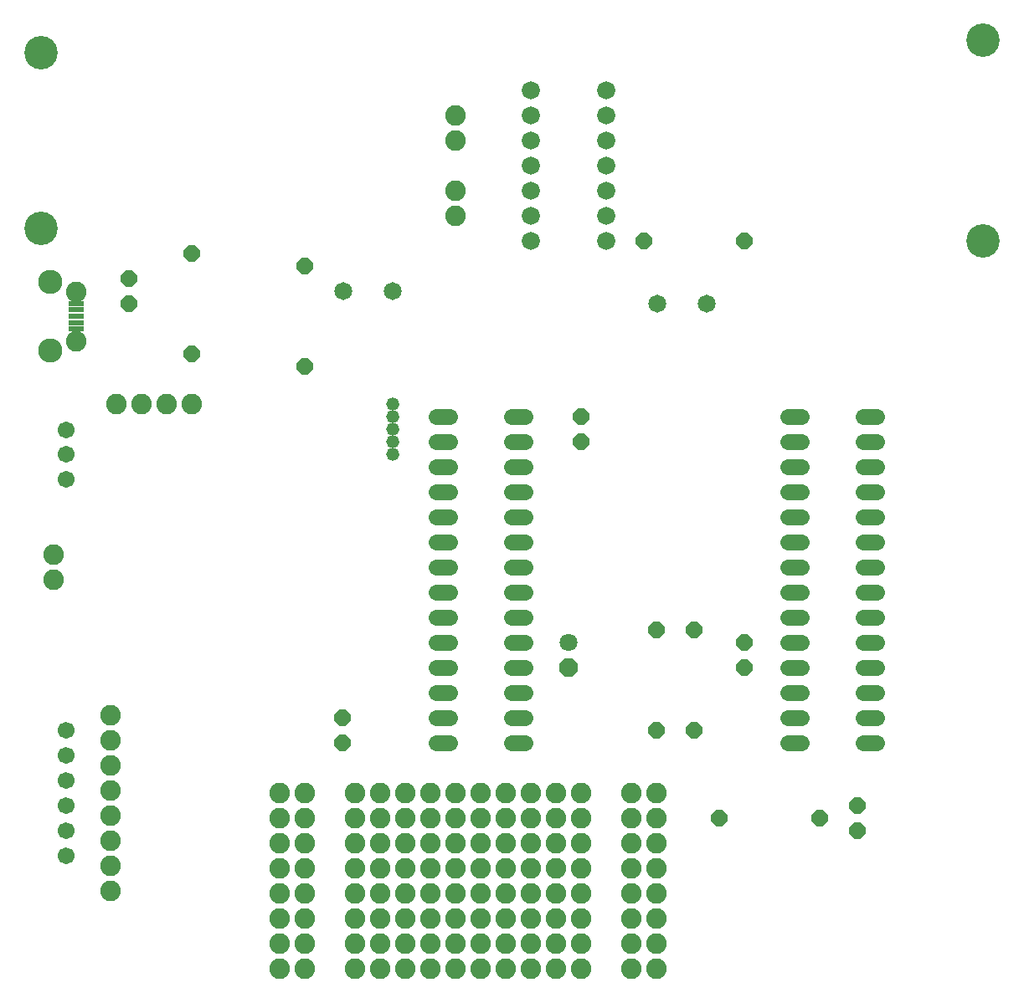
<source format=gts>
G75*
%MOIN*%
%OFA0B0*%
%FSLAX25Y25*%
%IPPOS*%
%LPD*%
%AMOC8*
5,1,8,0,0,1.08239X$1,22.5*
%
%ADD10C,0.13300*%
%ADD11C,0.06400*%
%ADD12R,0.06115X0.02375*%
%ADD13C,0.08182*%
%ADD14C,0.09658*%
%ADD15C,0.08200*%
%ADD16C,0.06743*%
%ADD17OC8,0.06400*%
%ADD18C,0.05200*%
%ADD19C,0.07137*%
%ADD20C,0.07100*%
%ADD21OC8,0.07100*%
%ADD22C,0.06700*%
%ADD23C,0.07200*%
D10*
X0140000Y0306800D03*
X0140000Y0376800D03*
X0515000Y0381800D03*
X0515000Y0301800D03*
D11*
X0472800Y0231800D02*
X0467200Y0231800D01*
X0467200Y0221800D02*
X0472800Y0221800D01*
X0472800Y0211800D02*
X0467200Y0211800D01*
X0467200Y0201800D02*
X0472800Y0201800D01*
X0472800Y0191800D02*
X0467200Y0191800D01*
X0467200Y0181800D02*
X0472800Y0181800D01*
X0472800Y0171800D02*
X0467200Y0171800D01*
X0467200Y0161800D02*
X0472800Y0161800D01*
X0472800Y0151800D02*
X0467200Y0151800D01*
X0467200Y0141800D02*
X0472800Y0141800D01*
X0472800Y0131800D02*
X0467200Y0131800D01*
X0467200Y0121800D02*
X0472800Y0121800D01*
X0472800Y0111800D02*
X0467200Y0111800D01*
X0467200Y0101800D02*
X0472800Y0101800D01*
X0442800Y0101800D02*
X0437200Y0101800D01*
X0437200Y0111800D02*
X0442800Y0111800D01*
X0442800Y0121800D02*
X0437200Y0121800D01*
X0437200Y0131800D02*
X0442800Y0131800D01*
X0442800Y0141800D02*
X0437200Y0141800D01*
X0437200Y0151800D02*
X0442800Y0151800D01*
X0442800Y0161800D02*
X0437200Y0161800D01*
X0437200Y0171800D02*
X0442800Y0171800D01*
X0442800Y0181800D02*
X0437200Y0181800D01*
X0437200Y0191800D02*
X0442800Y0191800D01*
X0442800Y0201800D02*
X0437200Y0201800D01*
X0437200Y0211800D02*
X0442800Y0211800D01*
X0442800Y0221800D02*
X0437200Y0221800D01*
X0437200Y0231800D02*
X0442800Y0231800D01*
X0332800Y0231800D02*
X0327200Y0231800D01*
X0327200Y0221800D02*
X0332800Y0221800D01*
X0332800Y0211800D02*
X0327200Y0211800D01*
X0327200Y0201800D02*
X0332800Y0201800D01*
X0332800Y0191800D02*
X0327200Y0191800D01*
X0327200Y0181800D02*
X0332800Y0181800D01*
X0332800Y0171800D02*
X0327200Y0171800D01*
X0327200Y0161800D02*
X0332800Y0161800D01*
X0332800Y0151800D02*
X0327200Y0151800D01*
X0327200Y0141800D02*
X0332800Y0141800D01*
X0332800Y0131800D02*
X0327200Y0131800D01*
X0327200Y0121800D02*
X0332800Y0121800D01*
X0332800Y0111800D02*
X0327200Y0111800D01*
X0327200Y0101800D02*
X0332800Y0101800D01*
X0302800Y0101800D02*
X0297200Y0101800D01*
X0297200Y0111800D02*
X0302800Y0111800D01*
X0302800Y0121800D02*
X0297200Y0121800D01*
X0297200Y0131800D02*
X0302800Y0131800D01*
X0302800Y0141800D02*
X0297200Y0141800D01*
X0297200Y0151800D02*
X0302800Y0151800D01*
X0302800Y0161800D02*
X0297200Y0161800D01*
X0297200Y0171800D02*
X0302800Y0171800D01*
X0302800Y0181800D02*
X0297200Y0181800D01*
X0297200Y0191800D02*
X0302800Y0191800D01*
X0302800Y0201800D02*
X0297200Y0201800D01*
X0297200Y0211800D02*
X0302800Y0211800D01*
X0302800Y0221800D02*
X0297200Y0221800D01*
X0297200Y0231800D02*
X0302800Y0231800D01*
D12*
X0154130Y0266682D03*
X0154130Y0269241D03*
X0154130Y0271800D03*
X0154130Y0274359D03*
X0154130Y0276918D03*
D13*
X0154130Y0281643D03*
X0154130Y0261957D03*
D14*
X0143500Y0258020D03*
X0143500Y0285580D03*
D15*
X0170000Y0236800D03*
X0180000Y0236800D03*
X0190000Y0236800D03*
X0200000Y0236800D03*
X0145000Y0176800D03*
X0145000Y0166800D03*
X0167500Y0112800D03*
X0167500Y0102800D03*
X0167500Y0092800D03*
X0167500Y0082800D03*
X0167500Y0072800D03*
X0167500Y0062800D03*
X0167500Y0052800D03*
X0167500Y0042800D03*
X0235000Y0041800D03*
X0235000Y0051800D03*
X0245000Y0051800D03*
X0245000Y0041800D03*
X0245000Y0031800D03*
X0245000Y0021800D03*
X0235000Y0021800D03*
X0235000Y0031800D03*
X0235000Y0011800D03*
X0245000Y0011800D03*
X0265000Y0011800D03*
X0275000Y0011800D03*
X0285000Y0011800D03*
X0295000Y0011800D03*
X0305000Y0011800D03*
X0315000Y0011800D03*
X0325000Y0011800D03*
X0335000Y0011800D03*
X0345000Y0011800D03*
X0355000Y0011800D03*
X0355000Y0021800D03*
X0355000Y0031800D03*
X0345000Y0031800D03*
X0345000Y0021800D03*
X0335000Y0021800D03*
X0335000Y0031800D03*
X0325000Y0031800D03*
X0325000Y0021800D03*
X0315000Y0021800D03*
X0315000Y0031800D03*
X0305000Y0031800D03*
X0305000Y0021800D03*
X0295000Y0021800D03*
X0285000Y0021800D03*
X0285000Y0031800D03*
X0295000Y0031800D03*
X0295000Y0041800D03*
X0285000Y0041800D03*
X0285000Y0051800D03*
X0295000Y0051800D03*
X0305000Y0051800D03*
X0305000Y0041800D03*
X0315000Y0041800D03*
X0315000Y0051800D03*
X0325000Y0051800D03*
X0325000Y0041800D03*
X0335000Y0041800D03*
X0335000Y0051800D03*
X0345000Y0051800D03*
X0345000Y0041800D03*
X0355000Y0041800D03*
X0355000Y0051800D03*
X0355000Y0061800D03*
X0345000Y0061800D03*
X0335000Y0061800D03*
X0325000Y0061800D03*
X0315000Y0061800D03*
X0305000Y0061800D03*
X0295000Y0061800D03*
X0285000Y0061800D03*
X0275000Y0061800D03*
X0265000Y0061800D03*
X0265000Y0051800D03*
X0265000Y0041800D03*
X0275000Y0041800D03*
X0275000Y0051800D03*
X0275000Y0031800D03*
X0275000Y0021800D03*
X0265000Y0021800D03*
X0265000Y0031800D03*
X0245000Y0061800D03*
X0235000Y0061800D03*
X0235000Y0071800D03*
X0235000Y0081800D03*
X0245000Y0081800D03*
X0245000Y0071800D03*
X0265000Y0071800D03*
X0265000Y0081800D03*
X0275000Y0081800D03*
X0275000Y0071800D03*
X0285000Y0071800D03*
X0295000Y0071800D03*
X0295000Y0081800D03*
X0285000Y0081800D03*
X0305000Y0081800D03*
X0305000Y0071800D03*
X0315000Y0071800D03*
X0315000Y0081800D03*
X0325000Y0081800D03*
X0325000Y0071800D03*
X0335000Y0071800D03*
X0335000Y0081800D03*
X0345000Y0081800D03*
X0345000Y0071800D03*
X0355000Y0071800D03*
X0355000Y0081800D03*
X0375000Y0081800D03*
X0375000Y0071800D03*
X0385000Y0071800D03*
X0385000Y0081800D03*
X0385000Y0061800D03*
X0375000Y0061800D03*
X0375000Y0051800D03*
X0375000Y0041800D03*
X0385000Y0041800D03*
X0385000Y0051800D03*
X0385000Y0031800D03*
X0385000Y0021800D03*
X0375000Y0021800D03*
X0375000Y0031800D03*
X0375000Y0011800D03*
X0385000Y0011800D03*
X0305000Y0311800D03*
X0305000Y0321800D03*
X0305000Y0341800D03*
X0305000Y0351800D03*
D16*
X0150000Y0226643D03*
X0150000Y0216800D03*
X0150000Y0206957D03*
D17*
X0200000Y0256800D03*
X0175000Y0276800D03*
X0175000Y0286800D03*
X0200000Y0296800D03*
X0245000Y0291800D03*
X0245000Y0251800D03*
X0355000Y0231800D03*
X0355000Y0221800D03*
X0385000Y0146800D03*
X0400000Y0146800D03*
X0420000Y0141800D03*
X0420000Y0131800D03*
X0400000Y0106800D03*
X0385000Y0106800D03*
X0410000Y0071800D03*
X0450000Y0071800D03*
X0465000Y0066800D03*
X0465000Y0076800D03*
X0260000Y0101800D03*
X0260000Y0111800D03*
X0380000Y0301800D03*
X0420000Y0301800D03*
D18*
X0280000Y0236800D03*
X0280000Y0231800D03*
X0280000Y0226800D03*
X0280000Y0221800D03*
X0280000Y0216800D03*
D19*
X0279843Y0281800D03*
X0260157Y0281800D03*
X0385157Y0276800D03*
X0404843Y0276800D03*
D20*
X0350000Y0141800D03*
D21*
X0350000Y0131800D03*
D22*
X0150000Y0056800D03*
X0150000Y0066800D03*
X0150000Y0076800D03*
X0150000Y0086800D03*
X0150000Y0096800D03*
X0150000Y0106800D03*
D23*
X0335000Y0301800D03*
X0335000Y0311800D03*
X0335000Y0321800D03*
X0335000Y0331800D03*
X0335000Y0341800D03*
X0335000Y0351800D03*
X0335000Y0361800D03*
X0365000Y0361800D03*
X0365000Y0351800D03*
X0365000Y0341800D03*
X0365000Y0331800D03*
X0365000Y0321800D03*
X0365000Y0311800D03*
X0365000Y0301800D03*
M02*

</source>
